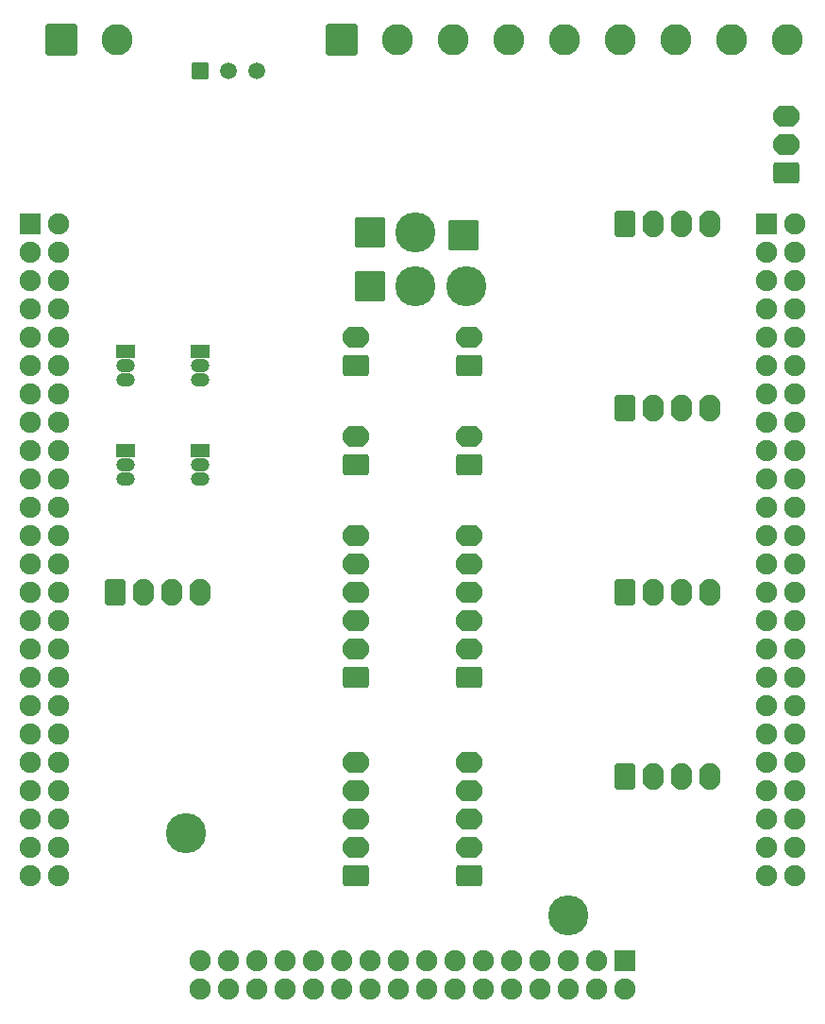
<source format=gbr>
%TF.GenerationSoftware,KiCad,Pcbnew,6.0.2+dfsg-1*%
%TF.CreationDate,2022-12-28T13:01:40+01:00*%
%TF.ProjectId,RobotMotorController,526f626f-744d-46f7-946f-72436f6e7472,rev?*%
%TF.SameCoordinates,Original*%
%TF.FileFunction,Soldermask,Top*%
%TF.FilePolarity,Negative*%
%FSLAX46Y46*%
G04 Gerber Fmt 4.6, Leading zero omitted, Abs format (unit mm)*
G04 Created by KiCad (PCBNEW 6.0.2+dfsg-1) date 2022-12-28 13:01:40*
%MOMM*%
%LPD*%
G01*
G04 APERTURE LIST*
G04 Aperture macros list*
%AMRoundRect*
0 Rectangle with rounded corners*
0 $1 Rounding radius*
0 $2 $3 $4 $5 $6 $7 $8 $9 X,Y pos of 4 corners*
0 Add a 4 corners polygon primitive as box body*
4,1,4,$2,$3,$4,$5,$6,$7,$8,$9,$2,$3,0*
0 Add four circle primitives for the rounded corners*
1,1,$1+$1,$2,$3*
1,1,$1+$1,$4,$5*
1,1,$1+$1,$6,$7*
1,1,$1+$1,$8,$9*
0 Add four rect primitives between the rounded corners*
20,1,$1+$1,$2,$3,$4,$5,0*
20,1,$1+$1,$4,$5,$6,$7,0*
20,1,$1+$1,$6,$7,$8,$9,0*
20,1,$1+$1,$8,$9,$2,$3,0*%
G04 Aperture macros list end*
%ADD10RoundRect,0.100000X-0.750000X0.525000X-0.750000X-0.525000X0.750000X-0.525000X0.750000X0.525000X0*%
%ADD11O,1.700000X1.250000*%
%ADD12RoundRect,0.100000X-1.300000X-1.300000X1.300000X-1.300000X1.300000X1.300000X-1.300000X1.300000X0*%
%ADD13C,2.800000*%
%ADD14C,3.600000*%
%ADD15RoundRect,0.350000X-0.620000X-0.845000X0.620000X-0.845000X0.620000X0.845000X-0.620000X0.845000X0*%
%ADD16O,1.940000X2.390000*%
%ADD17RoundRect,0.350000X0.845000X-0.620000X0.845000X0.620000X-0.845000X0.620000X-0.845000X-0.620000X0*%
%ADD18O,2.390000X1.940000*%
%ADD19RoundRect,0.100000X-0.650000X0.650000X-0.650000X-0.650000X0.650000X-0.650000X0.650000X0.650000X0*%
%ADD20C,1.500000*%
%ADD21RoundRect,0.100000X-1.250000X-1.250000X1.250000X-1.250000X1.250000X1.250000X-1.250000X1.250000X0*%
%ADD22RoundRect,0.100000X0.850000X0.850000X-0.850000X0.850000X-0.850000X-0.850000X0.850000X-0.850000X0*%
%ADD23O,1.900000X1.900000*%
%ADD24RoundRect,0.100000X0.850000X-0.850000X0.850000X0.850000X-0.850000X0.850000X-0.850000X-0.850000X0*%
G04 APERTURE END LIST*
D10*
%TO.C,U6*%
X15240000Y-20320000D03*
D11*
X15240000Y-21590000D03*
X15240000Y-22860000D03*
%TD*%
D12*
%TO.C,J6*%
X27940000Y16510000D03*
D13*
X32940000Y16510000D03*
X37940000Y16510000D03*
X42940000Y16510000D03*
X47940000Y16510000D03*
X52940000Y16510000D03*
X57940000Y16510000D03*
X62940000Y16510000D03*
X67940000Y16510000D03*
%TD*%
D10*
%TO.C,U5*%
X15240000Y-11430000D03*
D11*
X15240000Y-12700000D03*
X15240000Y-13970000D03*
%TD*%
D14*
%TO.C,TP4*%
X13970000Y-54610000D03*
%TD*%
D15*
%TO.C,J8*%
X53340000Y-49550000D03*
D16*
X55880000Y-49550000D03*
X58420000Y-49550000D03*
X60960000Y-49550000D03*
%TD*%
D17*
%TO.C,M2*%
X39370000Y-40640000D03*
D18*
X39370000Y-38100000D03*
X39370000Y-35560000D03*
X39370000Y-33020000D03*
X39370000Y-30480000D03*
X39370000Y-27940000D03*
%TD*%
D19*
%TO.C,U1*%
X15240000Y13716000D03*
D20*
X17780000Y13716000D03*
X20320000Y13716000D03*
%TD*%
D12*
%TO.C,J11*%
X2780000Y16510000D03*
D13*
X7780000Y16510000D03*
%TD*%
D15*
%TO.C,J5*%
X7620000Y-33040000D03*
D16*
X10160000Y-33040000D03*
X12700000Y-33040000D03*
X15240000Y-33040000D03*
%TD*%
D21*
%TO.C,TP1*%
X30480000Y-5588000D03*
%TD*%
D14*
%TO.C,TP5*%
X48260000Y-61976000D03*
%TD*%
D17*
%TO.C,P2*%
X39370000Y-21590000D03*
D18*
X39370000Y-19050000D03*
%TD*%
D17*
%TO.C,P1*%
X29210000Y-21590000D03*
D18*
X29210000Y-19050000D03*
%TD*%
D17*
%TO.C,E2*%
X39390000Y-58420000D03*
D18*
X39390000Y-55880000D03*
X39390000Y-53340000D03*
X39390000Y-50800000D03*
X39390000Y-48260000D03*
%TD*%
D15*
%TO.C,J10*%
X53340000Y-16530000D03*
D16*
X55880000Y-16530000D03*
X58420000Y-16530000D03*
X60960000Y-16530000D03*
%TD*%
D14*
%TO.C,TP8*%
X34544000Y-5588000D03*
%TD*%
%TO.C,TP6*%
X34544000Y-762000D03*
%TD*%
D15*
%TO.C,J7*%
X53340000Y-33020000D03*
D16*
X55880000Y-33020000D03*
X58420000Y-33020000D03*
X60960000Y-33020000D03*
%TD*%
D21*
%TO.C,TP2*%
X38862000Y-1016000D03*
%TD*%
D17*
%TO.C,M1*%
X29230000Y-40640000D03*
D18*
X29230000Y-38100000D03*
X29230000Y-35560000D03*
X29230000Y-33020000D03*
X29230000Y-30480000D03*
X29230000Y-27940000D03*
%TD*%
D10*
%TO.C,U3*%
X8530000Y-11430000D03*
D11*
X8530000Y-12700000D03*
X8530000Y-13970000D03*
%TD*%
D10*
%TO.C,U4*%
X8509000Y-20320000D03*
D11*
X8509000Y-21590000D03*
X8509000Y-22860000D03*
%TD*%
D17*
%TO.C,P3*%
X29210000Y-12700000D03*
D18*
X29210000Y-10160000D03*
%TD*%
D14*
%TO.C,TP7*%
X39116000Y-5588000D03*
%TD*%
D17*
%TO.C,J4*%
X67838000Y4572000D03*
D18*
X67838000Y7112000D03*
X67838000Y9652000D03*
%TD*%
D21*
%TO.C,TP3*%
X30480000Y-762000D03*
%TD*%
D17*
%TO.C,E1*%
X29230000Y-58420000D03*
D18*
X29230000Y-55880000D03*
X29230000Y-53340000D03*
X29230000Y-50800000D03*
X29230000Y-48260000D03*
%TD*%
D17*
%TO.C,P4*%
X39370000Y-12700000D03*
D18*
X39370000Y-10160000D03*
%TD*%
D15*
%TO.C,J9*%
X53340000Y-20000D03*
D16*
X55880000Y-20000D03*
X58420000Y-20000D03*
X60960000Y-20000D03*
%TD*%
D22*
%TO.C,J3*%
X66040000Y0D03*
D23*
X68580000Y0D03*
X66040000Y-2540000D03*
X68580000Y-2540000D03*
X66040000Y-5080000D03*
X68580000Y-5080000D03*
X66040000Y-7620000D03*
X68580000Y-7620000D03*
X66040000Y-10160000D03*
X68580000Y-10160000D03*
X66040000Y-12700000D03*
X68580000Y-12700000D03*
X66040000Y-15240000D03*
X68580000Y-15240000D03*
X66040000Y-17780000D03*
X68580000Y-17780000D03*
X66040000Y-20320000D03*
X68580000Y-20320000D03*
X66040000Y-22860000D03*
X68580000Y-22860000D03*
X66040000Y-25400000D03*
X68580000Y-25400000D03*
X66040000Y-27940000D03*
X68580000Y-27940000D03*
X66040000Y-30480000D03*
X68580000Y-30480000D03*
X66040000Y-33020000D03*
X68580000Y-33020000D03*
X66040000Y-35560000D03*
X68580000Y-35560000D03*
X66040000Y-38100000D03*
X68580000Y-38100000D03*
X66040000Y-40640000D03*
X68580000Y-40640000D03*
X66040000Y-43180000D03*
X68580000Y-43180000D03*
X66040000Y-45720000D03*
X68580000Y-45720000D03*
X66040000Y-48260000D03*
X68580000Y-48260000D03*
X66040000Y-50800000D03*
X68580000Y-50800000D03*
X66040000Y-53340000D03*
X68580000Y-53340000D03*
X66040000Y-55880000D03*
X68580000Y-55880000D03*
X66040000Y-58420000D03*
X68580000Y-58420000D03*
%TD*%
D24*
%TO.C,J1*%
X53340000Y-66040000D03*
D23*
X53340000Y-68580000D03*
X50800000Y-66040000D03*
X50800000Y-68580000D03*
X48260000Y-66040000D03*
X48260000Y-68580000D03*
X45720000Y-66040000D03*
X45720000Y-68580000D03*
X43180000Y-66040000D03*
X43180000Y-68580000D03*
X40640000Y-66040000D03*
X40640000Y-68580000D03*
X38100000Y-66040000D03*
X38100000Y-68580000D03*
X35560000Y-66040000D03*
X35560000Y-68580000D03*
X33020000Y-66040000D03*
X33020000Y-68580000D03*
X30480000Y-66040000D03*
X30480000Y-68580000D03*
X27940000Y-66040000D03*
X27940000Y-68580000D03*
X25400000Y-66040000D03*
X25400000Y-68580000D03*
X22860000Y-66040000D03*
X22860000Y-68580000D03*
X20320000Y-66040000D03*
X20320000Y-68580000D03*
X17780000Y-66040000D03*
X17780000Y-68580000D03*
X15240000Y-66040000D03*
X15240000Y-68580000D03*
%TD*%
D22*
%TO.C,J2*%
X0Y0D03*
D23*
X2540000Y0D03*
X0Y-2540000D03*
X2540000Y-2540000D03*
X0Y-5080000D03*
X2540000Y-5080000D03*
X0Y-7620000D03*
X2540000Y-7620000D03*
X0Y-10160000D03*
X2540000Y-10160000D03*
X0Y-12700000D03*
X2540000Y-12700000D03*
X0Y-15240000D03*
X2540000Y-15240000D03*
X0Y-17780000D03*
X2540000Y-17780000D03*
X0Y-20320000D03*
X2540000Y-20320000D03*
X0Y-22860000D03*
X2540000Y-22860000D03*
X0Y-25400000D03*
X2540000Y-25400000D03*
X0Y-27940000D03*
X2540000Y-27940000D03*
X0Y-30480000D03*
X2540000Y-30480000D03*
X0Y-33020000D03*
X2540000Y-33020000D03*
X0Y-35560000D03*
X2540000Y-35560000D03*
X0Y-38100000D03*
X2540000Y-38100000D03*
X0Y-40640000D03*
X2540000Y-40640000D03*
X0Y-43180000D03*
X2540000Y-43180000D03*
X0Y-45720000D03*
X2540000Y-45720000D03*
X0Y-48260000D03*
X2540000Y-48260000D03*
X0Y-50800000D03*
X2540000Y-50800000D03*
X0Y-53340000D03*
X2540000Y-53340000D03*
X0Y-55880000D03*
X2540000Y-55880000D03*
X0Y-58420000D03*
X2540000Y-58420000D03*
%TD*%
M02*

</source>
